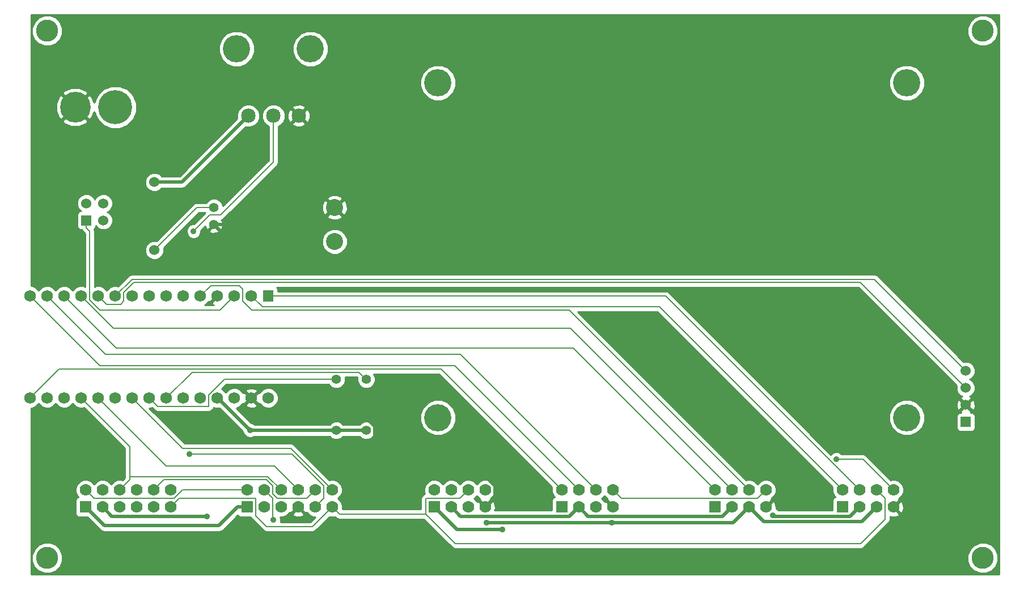
<source format=gtl>
G04 (created by PCBNEW-RS274X (2011-07-19)-testing) date Fri 05 Aug 2011 12:19:43 PM PDT*
G01*
G70*
G90*
%MOIN*%
G04 Gerber Fmt 3.4, Leading zero omitted, Abs format*
%FSLAX34Y34*%
G04 APERTURE LIST*
%ADD10C,0.006000*%
%ADD11C,0.130000*%
%ADD12C,0.160000*%
%ADD13C,0.060000*%
%ADD14C,0.055000*%
%ADD15C,0.085000*%
%ADD16R,0.060000X0.060000*%
%ADD17C,0.100000*%
%ADD18R,0.060000X0.069000*%
%ADD19C,0.069000*%
%ADD20R,0.070000X0.070000*%
%ADD21C,0.070000*%
%ADD22C,0.200000*%
%ADD23C,0.181100*%
%ADD24C,0.035000*%
%ADD25C,0.020000*%
%ADD26C,0.008000*%
%ADD27C,0.010000*%
G04 APERTURE END LIST*
G54D10*
G54D11*
X32000Y-14500D03*
X32000Y-45500D03*
X87000Y-45500D03*
X87000Y-14500D03*
G54D12*
X54970Y-17565D03*
X82530Y-37250D03*
X82530Y-17565D03*
X54970Y-37250D03*
G54D13*
X38300Y-27400D03*
X38300Y-23400D03*
G54D14*
X50750Y-38000D03*
X50750Y-35000D03*
X49000Y-38000D03*
X49000Y-35000D03*
G54D15*
X43820Y-19500D03*
X45300Y-19500D03*
X46780Y-19500D03*
G54D12*
X43130Y-15560D03*
X47470Y-15560D03*
G54D16*
X86000Y-37500D03*
G54D13*
X86000Y-36500D03*
X86000Y-35500D03*
X86000Y-34500D03*
G54D17*
X48900Y-26900D03*
X48900Y-24900D03*
G54D14*
X41800Y-24900D03*
X41800Y-25900D03*
G54D18*
X45000Y-30100D03*
G54D19*
X44000Y-30100D03*
X43000Y-30100D03*
X42000Y-30100D03*
X41000Y-30100D03*
X40000Y-30100D03*
X39000Y-30100D03*
X38000Y-30100D03*
X37000Y-30100D03*
X36000Y-30100D03*
X35000Y-30100D03*
X34000Y-30100D03*
X33000Y-30100D03*
X32000Y-30100D03*
X31000Y-30100D03*
X31000Y-36100D03*
X32000Y-36100D03*
X33000Y-36100D03*
X34000Y-36100D03*
X35000Y-36100D03*
X36000Y-36100D03*
X37000Y-36100D03*
X38000Y-36100D03*
X39000Y-36100D03*
X40000Y-36100D03*
X41000Y-36100D03*
X42000Y-36100D03*
X43000Y-36100D03*
X44000Y-36100D03*
X45000Y-36100D03*
G54D20*
X43750Y-42500D03*
G54D21*
X43750Y-41500D03*
X44750Y-42500D03*
X44750Y-41500D03*
X45750Y-42500D03*
X45750Y-41500D03*
X46750Y-42500D03*
X46750Y-41500D03*
X47750Y-42500D03*
X47750Y-41500D03*
X48750Y-42500D03*
X48750Y-41500D03*
G54D20*
X34250Y-42500D03*
G54D21*
X34250Y-41500D03*
X35250Y-42500D03*
X35250Y-41500D03*
X36250Y-42500D03*
X36250Y-41500D03*
X37250Y-42500D03*
X37250Y-41500D03*
X38250Y-42500D03*
X38250Y-41500D03*
X39250Y-42500D03*
X39250Y-41500D03*
G54D20*
X62250Y-42500D03*
G54D21*
X62250Y-41500D03*
X63250Y-42500D03*
X63250Y-41500D03*
X64250Y-42500D03*
X64250Y-41500D03*
X65250Y-42500D03*
X65250Y-41500D03*
G54D20*
X78750Y-42500D03*
G54D21*
X78750Y-41500D03*
X79750Y-42500D03*
X79750Y-41500D03*
X80750Y-42500D03*
X80750Y-41500D03*
X81750Y-42500D03*
X81750Y-41500D03*
G54D20*
X54750Y-42500D03*
G54D21*
X54750Y-41500D03*
X55750Y-42500D03*
X55750Y-41500D03*
X56750Y-42500D03*
X56750Y-41500D03*
X57750Y-42500D03*
X57750Y-41500D03*
G54D20*
X71250Y-42500D03*
G54D21*
X71250Y-41500D03*
X72250Y-42500D03*
X72250Y-41500D03*
X73250Y-42500D03*
X73250Y-41500D03*
X74250Y-42500D03*
X74250Y-41500D03*
G54D16*
X34300Y-25650D03*
G54D13*
X34300Y-24650D03*
X35300Y-25650D03*
X35300Y-24650D03*
G54D22*
X36000Y-19000D03*
G54D23*
X33638Y-19000D03*
G54D24*
X65183Y-43433D03*
X57818Y-43441D03*
X43927Y-38000D03*
X41394Y-43053D03*
X74660Y-42983D03*
X40344Y-39382D03*
X78392Y-39690D03*
X45299Y-43274D03*
X40600Y-26286D03*
X58755Y-43829D03*
X49805Y-42302D03*
G54D25*
X74121Y-43371D02*
X73250Y-42500D01*
X79879Y-43371D02*
X74121Y-43371D01*
X80750Y-42500D02*
X79879Y-43371D01*
X72317Y-43433D02*
X65183Y-43433D01*
X73250Y-42500D02*
X72317Y-43433D01*
X65175Y-43441D02*
X65183Y-43433D01*
X57818Y-43441D02*
X65175Y-43441D01*
X49000Y-38000D02*
X43927Y-38000D01*
X42027Y-36100D02*
X42000Y-36100D01*
X43927Y-38000D02*
X42027Y-36100D01*
X35803Y-43053D02*
X35250Y-42500D01*
X41394Y-43053D02*
X35803Y-43053D01*
X79196Y-43054D02*
X79750Y-42500D01*
X74731Y-43054D02*
X79196Y-43054D01*
X74660Y-42983D02*
X74731Y-43054D01*
X39920Y-23400D02*
X43820Y-19500D01*
X38300Y-23400D02*
X39920Y-23400D01*
X50750Y-38000D02*
X49000Y-38000D01*
X62697Y-43053D02*
X63250Y-42500D01*
X56303Y-43053D02*
X62697Y-43053D01*
X55750Y-42500D02*
X56303Y-43053D01*
X63804Y-43054D02*
X63250Y-42500D01*
X71696Y-43054D02*
X63804Y-43054D01*
X72250Y-42500D02*
X71696Y-43054D01*
G54D26*
X44970Y-40720D02*
X36847Y-40720D01*
X45750Y-41500D02*
X44970Y-40720D01*
X36847Y-40903D02*
X36847Y-40720D01*
X36250Y-41500D02*
X36847Y-40903D01*
X36847Y-38947D02*
X34000Y-36100D01*
X36847Y-40720D02*
X36847Y-38947D01*
X45346Y-40096D02*
X46750Y-41500D01*
X38996Y-40096D02*
X45346Y-40096D01*
X35000Y-36100D02*
X38996Y-40096D01*
X47250Y-42000D02*
X47750Y-41500D01*
X45532Y-42000D02*
X47250Y-42000D01*
X45250Y-41718D02*
X45532Y-42000D01*
X45250Y-41261D02*
X45250Y-41718D01*
X44893Y-40904D02*
X45250Y-41261D01*
X38846Y-40904D02*
X44893Y-40904D01*
X38250Y-41500D02*
X38846Y-40904D01*
X46314Y-39064D02*
X48750Y-41500D01*
X39964Y-39064D02*
X46314Y-39064D01*
X37000Y-36100D02*
X39964Y-39064D01*
X62677Y-30927D02*
X73250Y-41500D01*
X44035Y-30927D02*
X62677Y-30927D01*
X43500Y-30392D02*
X44035Y-30927D01*
X43500Y-29685D02*
X43500Y-30392D01*
X43294Y-29479D02*
X43500Y-29685D01*
X41621Y-29479D02*
X43294Y-29479D01*
X41000Y-30100D02*
X41621Y-29479D01*
X40344Y-39383D02*
X40344Y-39382D01*
X46372Y-39383D02*
X40344Y-39383D01*
X48250Y-41261D02*
X46372Y-39383D01*
X48250Y-42000D02*
X48250Y-41261D01*
X47750Y-42500D02*
X48250Y-42000D01*
X47582Y-43668D02*
X48750Y-42500D01*
X44881Y-43668D02*
X47582Y-43668D01*
X44244Y-43031D02*
X44881Y-43668D01*
X44244Y-42028D02*
X44244Y-43031D01*
X44222Y-42006D02*
X44244Y-42028D01*
X39744Y-42006D02*
X44222Y-42006D01*
X39250Y-42500D02*
X39744Y-42006D01*
X49173Y-42923D02*
X48750Y-42500D01*
X54256Y-42923D02*
X49173Y-42923D01*
X55992Y-44659D02*
X54256Y-42923D01*
X79814Y-44659D02*
X55992Y-44659D01*
X81250Y-43223D02*
X79814Y-44659D01*
X81250Y-42000D02*
X81250Y-43223D01*
X80750Y-41500D02*
X81250Y-42000D01*
X56244Y-42006D02*
X56750Y-41500D01*
X54278Y-42006D02*
X56244Y-42006D01*
X54256Y-42028D02*
X54278Y-42006D01*
X54256Y-42923D02*
X54256Y-42028D01*
X79940Y-39690D02*
X78392Y-39690D01*
X81750Y-41500D02*
X79940Y-39690D01*
X34750Y-42000D02*
X34250Y-41500D01*
X39453Y-42000D02*
X34750Y-42000D01*
X39953Y-41500D02*
X39453Y-42000D01*
X43750Y-41500D02*
X39953Y-41500D01*
X65756Y-42006D02*
X65250Y-41500D01*
X73744Y-42006D02*
X65756Y-42006D01*
X74250Y-41500D02*
X73744Y-42006D01*
X45250Y-42000D02*
X44750Y-41500D01*
X45250Y-43225D02*
X45250Y-42000D01*
X45299Y-43274D02*
X45250Y-43225D01*
X44639Y-30739D02*
X44000Y-30100D01*
X67989Y-30739D02*
X44639Y-30739D01*
X78750Y-41500D02*
X67989Y-30739D01*
X68350Y-30100D02*
X79750Y-41500D01*
X45000Y-30100D02*
X68350Y-30100D01*
X35093Y-34193D02*
X31000Y-30100D01*
X55943Y-34193D02*
X35093Y-34193D01*
X63250Y-41500D02*
X55943Y-34193D01*
X35431Y-33531D02*
X32000Y-30100D01*
X56281Y-33531D02*
X35431Y-33531D01*
X64250Y-41500D02*
X56281Y-33531D01*
X45300Y-22231D02*
X45300Y-19500D01*
X42197Y-25334D02*
X45300Y-22231D01*
X41552Y-25334D02*
X42197Y-25334D01*
X40600Y-26286D02*
X41552Y-25334D01*
X55149Y-34399D02*
X62250Y-41500D01*
X32701Y-34399D02*
X55149Y-34399D01*
X31000Y-36100D02*
X32701Y-34399D01*
X50332Y-34582D02*
X50750Y-35000D01*
X40518Y-34582D02*
X50332Y-34582D01*
X39000Y-36100D02*
X40518Y-34582D01*
X42411Y-35000D02*
X49000Y-35000D01*
X41500Y-35911D02*
X42411Y-35000D01*
X41500Y-36575D02*
X41500Y-35911D01*
X41478Y-36597D02*
X41500Y-36575D01*
X38497Y-36597D02*
X41478Y-36597D01*
X38000Y-36100D02*
X38497Y-36597D01*
X79795Y-29295D02*
X86000Y-35500D01*
X37098Y-29295D02*
X79795Y-29295D01*
X36500Y-29893D02*
X37098Y-29295D01*
X36500Y-30396D02*
X36500Y-29893D01*
X36305Y-30591D02*
X36500Y-30396D01*
X35491Y-30591D02*
X36305Y-30591D01*
X35000Y-30100D02*
X35491Y-30591D01*
X36065Y-33165D02*
X33000Y-30100D01*
X62915Y-33165D02*
X36065Y-33165D01*
X71250Y-41500D02*
X62915Y-33165D01*
X80611Y-29111D02*
X86000Y-34500D01*
X36989Y-29111D02*
X80611Y-29111D01*
X36000Y-30100D02*
X36989Y-29111D01*
X35904Y-32004D02*
X34000Y-30100D01*
X62754Y-32004D02*
X35904Y-32004D01*
X72250Y-41500D02*
X62754Y-32004D01*
G54D25*
X56079Y-43829D02*
X58755Y-43829D01*
X54750Y-42500D02*
X56079Y-43829D01*
X35354Y-43604D02*
X34250Y-42500D01*
X42093Y-43604D02*
X35354Y-43604D01*
X43197Y-42500D02*
X42093Y-43604D01*
X43750Y-42500D02*
X43197Y-42500D01*
X47900Y-25900D02*
X48900Y-24900D01*
X41800Y-25900D02*
X47900Y-25900D01*
X58332Y-41918D02*
X57750Y-42500D01*
X58332Y-41258D02*
X58332Y-41918D01*
X57922Y-40848D02*
X58332Y-41258D01*
X51242Y-40848D02*
X57922Y-40848D01*
X51242Y-37759D02*
X51242Y-40848D01*
X50860Y-37377D02*
X51242Y-37759D01*
X45277Y-37377D02*
X50860Y-37377D01*
X44000Y-36100D02*
X45277Y-37377D01*
X49805Y-42285D02*
X49805Y-42302D01*
X51242Y-40848D02*
X49805Y-42285D01*
G54D26*
X42171Y-30929D02*
X43000Y-30100D01*
X35090Y-30929D02*
X42171Y-30929D01*
X34500Y-30339D02*
X35090Y-30929D01*
X34500Y-26293D02*
X34500Y-30339D01*
X34300Y-26093D02*
X34500Y-26293D01*
X34300Y-25650D02*
X34300Y-26093D01*
X40800Y-24900D02*
X41800Y-24900D01*
X38300Y-27400D02*
X40800Y-24900D01*
G54D10*
G36*
X37321Y-42500D02*
X37250Y-42571D01*
X37179Y-42500D01*
X37250Y-42429D01*
X37321Y-42500D01*
X37321Y-42500D01*
G37*
G54D27*
X37321Y-42500D02*
X37250Y-42571D01*
X37179Y-42500D01*
X37250Y-42429D01*
X37321Y-42500D01*
G54D10*
G36*
X42071Y-30100D02*
X42000Y-30171D01*
X41965Y-30206D01*
X41661Y-30510D01*
X41692Y-30608D01*
X41776Y-30639D01*
X41251Y-30639D01*
X41336Y-30604D01*
X41503Y-30437D01*
X41512Y-30414D01*
X41590Y-30439D01*
X41894Y-30135D01*
X41929Y-30100D01*
X42000Y-30029D01*
X42071Y-30100D01*
X42071Y-30100D01*
G37*
G54D27*
X42071Y-30100D02*
X42000Y-30171D01*
X41965Y-30206D01*
X41661Y-30510D01*
X41692Y-30608D01*
X41776Y-30639D01*
X41251Y-30639D01*
X41336Y-30604D01*
X41503Y-30437D01*
X41512Y-30414D01*
X41590Y-30439D01*
X41894Y-30135D01*
X41929Y-30100D01*
X42000Y-30029D01*
X42071Y-30100D01*
G54D10*
G36*
X47741Y-43099D02*
X47462Y-43378D01*
X47093Y-43378D01*
X47093Y-42914D01*
X46750Y-42571D01*
X46407Y-42914D01*
X46440Y-43013D01*
X46659Y-43093D01*
X46894Y-43082D01*
X47060Y-43013D01*
X47093Y-42914D01*
X47093Y-43378D01*
X45716Y-43378D01*
X45724Y-43359D01*
X45724Y-43190D01*
X45686Y-43099D01*
X45869Y-43099D01*
X46089Y-43008D01*
X46258Y-42839D01*
X46265Y-42819D01*
X46336Y-42843D01*
X46644Y-42535D01*
X46679Y-42500D01*
X46750Y-42429D01*
X46821Y-42500D01*
X46856Y-42535D01*
X47164Y-42843D01*
X47234Y-42819D01*
X47242Y-42839D01*
X47411Y-43008D01*
X47631Y-43099D01*
X47741Y-43099D01*
X47741Y-43099D01*
G37*
G54D27*
X47741Y-43099D02*
X47462Y-43378D01*
X47093Y-43378D01*
X47093Y-42914D01*
X46750Y-42571D01*
X46407Y-42914D01*
X46440Y-43013D01*
X46659Y-43093D01*
X46894Y-43082D01*
X47060Y-43013D01*
X47093Y-42914D01*
X47093Y-43378D01*
X45716Y-43378D01*
X45724Y-43359D01*
X45724Y-43190D01*
X45686Y-43099D01*
X45869Y-43099D01*
X46089Y-43008D01*
X46258Y-42839D01*
X46265Y-42819D01*
X46336Y-42843D01*
X46644Y-42535D01*
X46679Y-42500D01*
X46750Y-42429D01*
X46821Y-42500D01*
X46856Y-42535D01*
X47164Y-42843D01*
X47234Y-42819D01*
X47242Y-42839D01*
X47411Y-43008D01*
X47631Y-43099D01*
X47741Y-43099D01*
G54D10*
G36*
X61817Y-41914D02*
X61759Y-41939D01*
X61689Y-42009D01*
X61651Y-42100D01*
X61651Y-42199D01*
X61651Y-42703D01*
X58302Y-42703D01*
X58343Y-42591D01*
X58332Y-42356D01*
X58263Y-42190D01*
X58164Y-42157D01*
X57856Y-42465D01*
X57821Y-42500D01*
X57750Y-42571D01*
X57679Y-42500D01*
X57644Y-42465D01*
X57336Y-42157D01*
X57265Y-42180D01*
X57258Y-42161D01*
X57097Y-42000D01*
X57250Y-41847D01*
X57411Y-42008D01*
X57430Y-42015D01*
X57407Y-42086D01*
X57750Y-42429D01*
X58093Y-42086D01*
X58069Y-42015D01*
X58089Y-42008D01*
X58258Y-41839D01*
X58349Y-41619D01*
X58349Y-41381D01*
X58258Y-41161D01*
X58089Y-40992D01*
X57869Y-40901D01*
X57631Y-40901D01*
X57411Y-40992D01*
X57250Y-41153D01*
X57089Y-40992D01*
X56869Y-40901D01*
X56631Y-40901D01*
X56411Y-40992D01*
X56250Y-41153D01*
X56089Y-40992D01*
X56020Y-40963D01*
X56020Y-37460D01*
X56020Y-37042D01*
X55860Y-36656D01*
X55565Y-36360D01*
X55180Y-36200D01*
X54762Y-36200D01*
X54376Y-36360D01*
X54080Y-36655D01*
X53920Y-37040D01*
X53920Y-37458D01*
X54080Y-37844D01*
X54375Y-38140D01*
X54760Y-38300D01*
X55178Y-38300D01*
X55564Y-38140D01*
X55860Y-37845D01*
X56020Y-37460D01*
X56020Y-40963D01*
X55869Y-40901D01*
X55631Y-40901D01*
X55411Y-40992D01*
X55250Y-41153D01*
X55089Y-40992D01*
X54869Y-40901D01*
X54631Y-40901D01*
X54411Y-40992D01*
X54242Y-41161D01*
X54151Y-41381D01*
X54151Y-41619D01*
X54197Y-41731D01*
X54167Y-41738D01*
X54073Y-41801D01*
X54051Y-41823D01*
X53988Y-41917D01*
X53966Y-42028D01*
X53966Y-42633D01*
X49343Y-42633D01*
X49349Y-42619D01*
X49349Y-42381D01*
X49258Y-42161D01*
X49097Y-42000D01*
X49258Y-41839D01*
X49349Y-41619D01*
X49349Y-41381D01*
X49258Y-41161D01*
X49089Y-40992D01*
X48869Y-40901D01*
X48631Y-40901D01*
X48581Y-40921D01*
X46519Y-38859D01*
X46425Y-38796D01*
X46314Y-38774D01*
X40084Y-38774D01*
X38004Y-36694D01*
X38118Y-36694D01*
X38164Y-36674D01*
X38291Y-36801D01*
X38292Y-36802D01*
X38385Y-36864D01*
X38386Y-36865D01*
X38496Y-36886D01*
X38497Y-36887D01*
X41478Y-36887D01*
X41589Y-36865D01*
X41683Y-36802D01*
X41705Y-36780D01*
X41768Y-36686D01*
X41775Y-36649D01*
X41882Y-36694D01*
X42118Y-36694D01*
X42124Y-36691D01*
X43502Y-38069D01*
X43502Y-38084D01*
X43566Y-38240D01*
X43686Y-38360D01*
X43842Y-38425D01*
X44011Y-38425D01*
X44167Y-38361D01*
X44178Y-38350D01*
X48607Y-38350D01*
X48702Y-38445D01*
X48895Y-38525D01*
X49104Y-38525D01*
X49297Y-38445D01*
X49392Y-38350D01*
X50357Y-38350D01*
X50452Y-38445D01*
X50645Y-38525D01*
X50854Y-38525D01*
X51047Y-38445D01*
X51195Y-38298D01*
X51275Y-38105D01*
X51275Y-37896D01*
X51195Y-37703D01*
X51048Y-37555D01*
X50855Y-37475D01*
X50646Y-37475D01*
X50453Y-37555D01*
X50357Y-37650D01*
X49392Y-37650D01*
X49298Y-37555D01*
X49105Y-37475D01*
X48896Y-37475D01*
X48703Y-37555D01*
X48607Y-37650D01*
X45594Y-37650D01*
X45594Y-36218D01*
X45594Y-35982D01*
X45504Y-35764D01*
X45337Y-35597D01*
X45118Y-35506D01*
X44882Y-35506D01*
X44664Y-35596D01*
X44497Y-35763D01*
X44487Y-35785D01*
X44410Y-35761D01*
X44339Y-35832D01*
X44339Y-35690D01*
X44308Y-35592D01*
X44090Y-35512D01*
X43858Y-35522D01*
X43692Y-35592D01*
X43661Y-35690D01*
X44000Y-36029D01*
X44339Y-35690D01*
X44339Y-35832D01*
X44071Y-36100D01*
X44410Y-36439D01*
X44487Y-36414D01*
X44496Y-36436D01*
X44663Y-36603D01*
X44882Y-36694D01*
X45118Y-36694D01*
X45336Y-36604D01*
X45503Y-36437D01*
X45594Y-36218D01*
X45594Y-37650D01*
X44339Y-37650D01*
X44339Y-36510D01*
X44000Y-36171D01*
X43661Y-36510D01*
X43692Y-36608D01*
X43910Y-36688D01*
X44142Y-36678D01*
X44308Y-36608D01*
X44339Y-36510D01*
X44339Y-37650D01*
X44178Y-37650D01*
X44168Y-37640D01*
X44012Y-37575D01*
X43996Y-37575D01*
X43115Y-36694D01*
X43118Y-36694D01*
X43336Y-36604D01*
X43503Y-36437D01*
X43512Y-36414D01*
X43590Y-36439D01*
X43929Y-36100D01*
X43590Y-35761D01*
X43512Y-35785D01*
X43504Y-35764D01*
X43337Y-35597D01*
X43118Y-35506D01*
X42882Y-35506D01*
X42664Y-35596D01*
X42500Y-35760D01*
X42337Y-35597D01*
X42257Y-35563D01*
X42531Y-35290D01*
X48552Y-35290D01*
X48555Y-35297D01*
X48702Y-35445D01*
X48895Y-35525D01*
X49104Y-35525D01*
X49297Y-35445D01*
X49445Y-35298D01*
X49525Y-35105D01*
X49525Y-34896D01*
X49515Y-34872D01*
X50212Y-34872D01*
X50227Y-34887D01*
X50225Y-34895D01*
X50225Y-35104D01*
X50305Y-35297D01*
X50452Y-35445D01*
X50645Y-35525D01*
X50854Y-35525D01*
X51047Y-35445D01*
X51195Y-35298D01*
X51275Y-35105D01*
X51275Y-34896D01*
X51195Y-34703D01*
X51181Y-34689D01*
X55029Y-34689D01*
X61671Y-41331D01*
X61651Y-41381D01*
X61651Y-41619D01*
X61742Y-41839D01*
X61817Y-41914D01*
X61817Y-41914D01*
G37*
G54D27*
X61817Y-41914D02*
X61759Y-41939D01*
X61689Y-42009D01*
X61651Y-42100D01*
X61651Y-42199D01*
X61651Y-42703D01*
X58302Y-42703D01*
X58343Y-42591D01*
X58332Y-42356D01*
X58263Y-42190D01*
X58164Y-42157D01*
X57856Y-42465D01*
X57821Y-42500D01*
X57750Y-42571D01*
X57679Y-42500D01*
X57644Y-42465D01*
X57336Y-42157D01*
X57265Y-42180D01*
X57258Y-42161D01*
X57097Y-42000D01*
X57250Y-41847D01*
X57411Y-42008D01*
X57430Y-42015D01*
X57407Y-42086D01*
X57750Y-42429D01*
X58093Y-42086D01*
X58069Y-42015D01*
X58089Y-42008D01*
X58258Y-41839D01*
X58349Y-41619D01*
X58349Y-41381D01*
X58258Y-41161D01*
X58089Y-40992D01*
X57869Y-40901D01*
X57631Y-40901D01*
X57411Y-40992D01*
X57250Y-41153D01*
X57089Y-40992D01*
X56869Y-40901D01*
X56631Y-40901D01*
X56411Y-40992D01*
X56250Y-41153D01*
X56089Y-40992D01*
X56020Y-40963D01*
X56020Y-37460D01*
X56020Y-37042D01*
X55860Y-36656D01*
X55565Y-36360D01*
X55180Y-36200D01*
X54762Y-36200D01*
X54376Y-36360D01*
X54080Y-36655D01*
X53920Y-37040D01*
X53920Y-37458D01*
X54080Y-37844D01*
X54375Y-38140D01*
X54760Y-38300D01*
X55178Y-38300D01*
X55564Y-38140D01*
X55860Y-37845D01*
X56020Y-37460D01*
X56020Y-40963D01*
X55869Y-40901D01*
X55631Y-40901D01*
X55411Y-40992D01*
X55250Y-41153D01*
X55089Y-40992D01*
X54869Y-40901D01*
X54631Y-40901D01*
X54411Y-40992D01*
X54242Y-41161D01*
X54151Y-41381D01*
X54151Y-41619D01*
X54197Y-41731D01*
X54167Y-41738D01*
X54073Y-41801D01*
X54051Y-41823D01*
X53988Y-41917D01*
X53966Y-42028D01*
X53966Y-42633D01*
X49343Y-42633D01*
X49349Y-42619D01*
X49349Y-42381D01*
X49258Y-42161D01*
X49097Y-42000D01*
X49258Y-41839D01*
X49349Y-41619D01*
X49349Y-41381D01*
X49258Y-41161D01*
X49089Y-40992D01*
X48869Y-40901D01*
X48631Y-40901D01*
X48581Y-40921D01*
X46519Y-38859D01*
X46425Y-38796D01*
X46314Y-38774D01*
X40084Y-38774D01*
X38004Y-36694D01*
X38118Y-36694D01*
X38164Y-36674D01*
X38291Y-36801D01*
X38292Y-36802D01*
X38385Y-36864D01*
X38386Y-36865D01*
X38496Y-36886D01*
X38497Y-36887D01*
X41478Y-36887D01*
X41589Y-36865D01*
X41683Y-36802D01*
X41705Y-36780D01*
X41768Y-36686D01*
X41775Y-36649D01*
X41882Y-36694D01*
X42118Y-36694D01*
X42124Y-36691D01*
X43502Y-38069D01*
X43502Y-38084D01*
X43566Y-38240D01*
X43686Y-38360D01*
X43842Y-38425D01*
X44011Y-38425D01*
X44167Y-38361D01*
X44178Y-38350D01*
X48607Y-38350D01*
X48702Y-38445D01*
X48895Y-38525D01*
X49104Y-38525D01*
X49297Y-38445D01*
X49392Y-38350D01*
X50357Y-38350D01*
X50452Y-38445D01*
X50645Y-38525D01*
X50854Y-38525D01*
X51047Y-38445D01*
X51195Y-38298D01*
X51275Y-38105D01*
X51275Y-37896D01*
X51195Y-37703D01*
X51048Y-37555D01*
X50855Y-37475D01*
X50646Y-37475D01*
X50453Y-37555D01*
X50357Y-37650D01*
X49392Y-37650D01*
X49298Y-37555D01*
X49105Y-37475D01*
X48896Y-37475D01*
X48703Y-37555D01*
X48607Y-37650D01*
X45594Y-37650D01*
X45594Y-36218D01*
X45594Y-35982D01*
X45504Y-35764D01*
X45337Y-35597D01*
X45118Y-35506D01*
X44882Y-35506D01*
X44664Y-35596D01*
X44497Y-35763D01*
X44487Y-35785D01*
X44410Y-35761D01*
X44339Y-35832D01*
X44339Y-35690D01*
X44308Y-35592D01*
X44090Y-35512D01*
X43858Y-35522D01*
X43692Y-35592D01*
X43661Y-35690D01*
X44000Y-36029D01*
X44339Y-35690D01*
X44339Y-35832D01*
X44071Y-36100D01*
X44410Y-36439D01*
X44487Y-36414D01*
X44496Y-36436D01*
X44663Y-36603D01*
X44882Y-36694D01*
X45118Y-36694D01*
X45336Y-36604D01*
X45503Y-36437D01*
X45594Y-36218D01*
X45594Y-37650D01*
X44339Y-37650D01*
X44339Y-36510D01*
X44000Y-36171D01*
X43661Y-36510D01*
X43692Y-36608D01*
X43910Y-36688D01*
X44142Y-36678D01*
X44308Y-36608D01*
X44339Y-36510D01*
X44339Y-37650D01*
X44178Y-37650D01*
X44168Y-37640D01*
X44012Y-37575D01*
X43996Y-37575D01*
X43115Y-36694D01*
X43118Y-36694D01*
X43336Y-36604D01*
X43503Y-36437D01*
X43512Y-36414D01*
X43590Y-36439D01*
X43929Y-36100D01*
X43590Y-35761D01*
X43512Y-35785D01*
X43504Y-35764D01*
X43337Y-35597D01*
X43118Y-35506D01*
X42882Y-35506D01*
X42664Y-35596D01*
X42500Y-35760D01*
X42337Y-35597D01*
X42257Y-35563D01*
X42531Y-35290D01*
X48552Y-35290D01*
X48555Y-35297D01*
X48702Y-35445D01*
X48895Y-35525D01*
X49104Y-35525D01*
X49297Y-35445D01*
X49445Y-35298D01*
X49525Y-35105D01*
X49525Y-34896D01*
X49515Y-34872D01*
X50212Y-34872D01*
X50227Y-34887D01*
X50225Y-34895D01*
X50225Y-35104D01*
X50305Y-35297D01*
X50452Y-35445D01*
X50645Y-35525D01*
X50854Y-35525D01*
X51047Y-35445D01*
X51195Y-35298D01*
X51275Y-35105D01*
X51275Y-34896D01*
X51195Y-34703D01*
X51181Y-34689D01*
X55029Y-34689D01*
X61671Y-41331D01*
X61651Y-41381D01*
X61651Y-41619D01*
X61742Y-41839D01*
X61817Y-41914D01*
G54D10*
G36*
X65321Y-42500D02*
X65250Y-42571D01*
X65179Y-42500D01*
X65144Y-42465D01*
X64836Y-42157D01*
X64765Y-42180D01*
X64758Y-42161D01*
X64597Y-42000D01*
X64750Y-41847D01*
X64911Y-42008D01*
X64930Y-42015D01*
X64907Y-42086D01*
X65215Y-42394D01*
X65250Y-42429D01*
X65321Y-42500D01*
X65321Y-42500D01*
G37*
G54D27*
X65321Y-42500D02*
X65250Y-42571D01*
X65179Y-42500D01*
X65144Y-42465D01*
X64836Y-42157D01*
X64765Y-42180D01*
X64758Y-42161D01*
X64597Y-42000D01*
X64750Y-41847D01*
X64911Y-42008D01*
X64930Y-42015D01*
X64907Y-42086D01*
X65215Y-42394D01*
X65250Y-42429D01*
X65321Y-42500D01*
G54D10*
G36*
X78317Y-41914D02*
X78259Y-41939D01*
X78189Y-42009D01*
X78151Y-42100D01*
X78151Y-42199D01*
X78151Y-42704D01*
X74982Y-42704D01*
X74901Y-42623D01*
X74840Y-42597D01*
X74843Y-42591D01*
X74832Y-42356D01*
X74763Y-42190D01*
X74664Y-42157D01*
X74356Y-42465D01*
X74321Y-42500D01*
X74250Y-42571D01*
X74179Y-42500D01*
X74250Y-42429D01*
X74285Y-42394D01*
X74593Y-42086D01*
X74569Y-42015D01*
X74589Y-42008D01*
X74758Y-41839D01*
X74849Y-41619D01*
X74849Y-41381D01*
X74758Y-41161D01*
X74589Y-40992D01*
X74369Y-40901D01*
X74131Y-40901D01*
X73911Y-40992D01*
X73750Y-41153D01*
X73589Y-40992D01*
X73369Y-40901D01*
X73131Y-40901D01*
X73081Y-40921D01*
X63189Y-31029D01*
X67869Y-31029D01*
X78171Y-41331D01*
X78151Y-41381D01*
X78151Y-41619D01*
X78242Y-41839D01*
X78317Y-41914D01*
X78317Y-41914D01*
G37*
G54D27*
X78317Y-41914D02*
X78259Y-41939D01*
X78189Y-42009D01*
X78151Y-42100D01*
X78151Y-42199D01*
X78151Y-42704D01*
X74982Y-42704D01*
X74901Y-42623D01*
X74840Y-42597D01*
X74843Y-42591D01*
X74832Y-42356D01*
X74763Y-42190D01*
X74664Y-42157D01*
X74356Y-42465D01*
X74321Y-42500D01*
X74250Y-42571D01*
X74179Y-42500D01*
X74250Y-42429D01*
X74285Y-42394D01*
X74593Y-42086D01*
X74569Y-42015D01*
X74589Y-42008D01*
X74758Y-41839D01*
X74849Y-41619D01*
X74849Y-41381D01*
X74758Y-41161D01*
X74589Y-40992D01*
X74369Y-40901D01*
X74131Y-40901D01*
X73911Y-40992D01*
X73750Y-41153D01*
X73589Y-40992D01*
X73369Y-40901D01*
X73131Y-40901D01*
X73081Y-40921D01*
X63189Y-31029D01*
X67869Y-31029D01*
X78171Y-41331D01*
X78151Y-41381D01*
X78151Y-41619D01*
X78242Y-41839D01*
X78317Y-41914D01*
G54D10*
G36*
X87950Y-46450D02*
X87900Y-46450D01*
X87900Y-45680D01*
X87900Y-45322D01*
X87900Y-14680D01*
X87900Y-14322D01*
X87763Y-13991D01*
X87511Y-13738D01*
X87180Y-13600D01*
X86822Y-13600D01*
X86491Y-13737D01*
X86238Y-13989D01*
X86100Y-14320D01*
X86100Y-14678D01*
X86237Y-15009D01*
X86489Y-15262D01*
X86820Y-15400D01*
X87178Y-15400D01*
X87509Y-15263D01*
X87762Y-15011D01*
X87900Y-14680D01*
X87900Y-45322D01*
X87763Y-44991D01*
X87511Y-44738D01*
X87180Y-44600D01*
X86822Y-44600D01*
X86549Y-44712D01*
X86549Y-37850D01*
X86549Y-37751D01*
X86549Y-37151D01*
X86543Y-37136D01*
X86543Y-36579D01*
X86532Y-36366D01*
X86472Y-36219D01*
X86378Y-36192D01*
X86071Y-36500D01*
X86378Y-36808D01*
X86472Y-36781D01*
X86543Y-36579D01*
X86543Y-37136D01*
X86511Y-37059D01*
X86441Y-36989D01*
X86350Y-36951D01*
X86287Y-36951D01*
X86308Y-36878D01*
X86000Y-36571D01*
X85929Y-36641D01*
X85929Y-36500D01*
X85622Y-36192D01*
X85528Y-36219D01*
X85457Y-36421D01*
X85468Y-36634D01*
X85528Y-36781D01*
X85622Y-36808D01*
X85929Y-36500D01*
X85929Y-36641D01*
X85692Y-36878D01*
X85712Y-36951D01*
X85651Y-36951D01*
X85559Y-36989D01*
X85489Y-37059D01*
X85451Y-37150D01*
X85451Y-37249D01*
X85451Y-37849D01*
X85489Y-37941D01*
X85559Y-38011D01*
X85650Y-38049D01*
X85749Y-38049D01*
X86349Y-38049D01*
X86441Y-38011D01*
X86511Y-37941D01*
X86549Y-37850D01*
X86549Y-44712D01*
X86491Y-44737D01*
X86238Y-44989D01*
X86100Y-45320D01*
X86100Y-45678D01*
X86237Y-46009D01*
X86489Y-46262D01*
X86820Y-46400D01*
X87178Y-46400D01*
X87509Y-46263D01*
X87762Y-46011D01*
X87900Y-45680D01*
X87900Y-46450D01*
X83580Y-46450D01*
X83580Y-37460D01*
X83580Y-37042D01*
X83420Y-36656D01*
X83125Y-36360D01*
X82740Y-36200D01*
X82322Y-36200D01*
X81936Y-36360D01*
X81640Y-36655D01*
X81480Y-37040D01*
X81480Y-37458D01*
X81640Y-37844D01*
X81935Y-38140D01*
X82320Y-38300D01*
X82738Y-38300D01*
X83124Y-38140D01*
X83420Y-37845D01*
X83580Y-37460D01*
X83580Y-46450D01*
X82343Y-46450D01*
X82343Y-42591D01*
X82332Y-42356D01*
X82263Y-42190D01*
X82164Y-42157D01*
X81821Y-42500D01*
X82164Y-42843D01*
X82263Y-42810D01*
X82343Y-42591D01*
X82343Y-46450D01*
X32900Y-46450D01*
X32900Y-45680D01*
X32900Y-45322D01*
X32763Y-44991D01*
X32511Y-44738D01*
X32180Y-44600D01*
X31822Y-44600D01*
X31491Y-44737D01*
X31238Y-44989D01*
X31100Y-45320D01*
X31100Y-45678D01*
X31237Y-46009D01*
X31489Y-46262D01*
X31820Y-46400D01*
X32178Y-46400D01*
X32509Y-46263D01*
X32762Y-46011D01*
X32900Y-45680D01*
X32900Y-46450D01*
X31050Y-46450D01*
X31050Y-36694D01*
X31118Y-36694D01*
X31336Y-36604D01*
X31500Y-36440D01*
X31663Y-36603D01*
X31882Y-36694D01*
X32118Y-36694D01*
X32336Y-36604D01*
X32500Y-36440D01*
X32663Y-36603D01*
X32882Y-36694D01*
X33118Y-36694D01*
X33336Y-36604D01*
X33500Y-36440D01*
X33663Y-36603D01*
X33882Y-36694D01*
X34118Y-36694D01*
X34164Y-36674D01*
X36557Y-39067D01*
X36557Y-40720D01*
X36557Y-40783D01*
X36418Y-40921D01*
X36369Y-40901D01*
X36131Y-40901D01*
X35911Y-40992D01*
X35750Y-41153D01*
X35589Y-40992D01*
X35369Y-40901D01*
X35131Y-40901D01*
X34911Y-40992D01*
X34750Y-41153D01*
X34589Y-40992D01*
X34369Y-40901D01*
X34131Y-40901D01*
X33911Y-40992D01*
X33742Y-41161D01*
X33651Y-41381D01*
X33651Y-41619D01*
X33742Y-41839D01*
X33817Y-41914D01*
X33759Y-41939D01*
X33689Y-42009D01*
X33651Y-42100D01*
X33651Y-42199D01*
X33651Y-42899D01*
X33689Y-42991D01*
X33759Y-43061D01*
X33850Y-43099D01*
X33949Y-43099D01*
X34354Y-43099D01*
X35106Y-43851D01*
X35107Y-43851D01*
X35220Y-43927D01*
X35354Y-43954D01*
X42093Y-43954D01*
X42093Y-43953D01*
X42227Y-43927D01*
X42340Y-43851D01*
X43194Y-42996D01*
X43259Y-43061D01*
X43350Y-43099D01*
X43449Y-43099D01*
X43967Y-43099D01*
X43976Y-43142D01*
X44039Y-43236D01*
X44675Y-43872D01*
X44676Y-43873D01*
X44769Y-43935D01*
X44770Y-43936D01*
X44880Y-43957D01*
X44881Y-43958D01*
X47582Y-43958D01*
X47693Y-43936D01*
X47787Y-43873D01*
X48581Y-43078D01*
X48631Y-43099D01*
X48869Y-43099D01*
X48918Y-43078D01*
X48968Y-43128D01*
X49062Y-43191D01*
X49173Y-43213D01*
X54136Y-43213D01*
X55787Y-44864D01*
X55881Y-44927D01*
X55992Y-44949D01*
X79814Y-44949D01*
X79925Y-44927D01*
X80019Y-44864D01*
X81454Y-43429D01*
X81454Y-43428D01*
X81455Y-43428D01*
X81517Y-43335D01*
X81518Y-43334D01*
X81539Y-43224D01*
X81540Y-43223D01*
X81540Y-43049D01*
X81659Y-43093D01*
X81894Y-43082D01*
X82060Y-43013D01*
X82093Y-42914D01*
X81785Y-42606D01*
X81750Y-42571D01*
X81679Y-42500D01*
X81750Y-42429D01*
X81785Y-42394D01*
X82093Y-42086D01*
X82069Y-42015D01*
X82089Y-42008D01*
X82258Y-41839D01*
X82349Y-41619D01*
X82349Y-41381D01*
X82258Y-41161D01*
X82089Y-40992D01*
X81869Y-40901D01*
X81631Y-40901D01*
X81582Y-40921D01*
X80145Y-39485D01*
X80051Y-39422D01*
X79940Y-39400D01*
X78703Y-39400D01*
X78633Y-39330D01*
X78477Y-39265D01*
X78308Y-39265D01*
X78152Y-39329D01*
X78070Y-39410D01*
X68555Y-29895D01*
X68461Y-29832D01*
X68350Y-29810D01*
X45549Y-29810D01*
X45549Y-29706D01*
X45511Y-29614D01*
X45482Y-29585D01*
X79675Y-29585D01*
X85459Y-35369D01*
X85451Y-35391D01*
X85451Y-35609D01*
X85535Y-35811D01*
X85689Y-35965D01*
X85780Y-36002D01*
X85719Y-36028D01*
X85692Y-36122D01*
X86000Y-36429D01*
X86308Y-36122D01*
X86281Y-36028D01*
X86215Y-36004D01*
X86311Y-35965D01*
X86465Y-35811D01*
X86549Y-35609D01*
X86549Y-35391D01*
X86465Y-35189D01*
X86311Y-35035D01*
X86226Y-35000D01*
X86311Y-34965D01*
X86465Y-34811D01*
X86549Y-34609D01*
X86549Y-34391D01*
X86465Y-34189D01*
X86311Y-34035D01*
X86109Y-33951D01*
X85891Y-33951D01*
X85869Y-33959D01*
X83580Y-31670D01*
X83580Y-17775D01*
X83580Y-17357D01*
X83420Y-16971D01*
X83125Y-16675D01*
X82740Y-16515D01*
X82322Y-16515D01*
X81936Y-16675D01*
X81640Y-16970D01*
X81480Y-17355D01*
X81480Y-17773D01*
X81640Y-18159D01*
X81935Y-18455D01*
X82320Y-18615D01*
X82738Y-18615D01*
X83124Y-18455D01*
X83420Y-18160D01*
X83580Y-17775D01*
X83580Y-31670D01*
X80816Y-28906D01*
X80722Y-28843D01*
X80611Y-28821D01*
X56020Y-28821D01*
X56020Y-17775D01*
X56020Y-17357D01*
X55860Y-16971D01*
X55565Y-16675D01*
X55180Y-16515D01*
X54762Y-16515D01*
X54376Y-16675D01*
X54080Y-16970D01*
X53920Y-17355D01*
X53920Y-17773D01*
X54080Y-18159D01*
X54375Y-18455D01*
X54760Y-18615D01*
X55178Y-18615D01*
X55564Y-18455D01*
X55860Y-18160D01*
X56020Y-17775D01*
X56020Y-28821D01*
X49649Y-28821D01*
X49649Y-27050D01*
X49649Y-26752D01*
X49639Y-26727D01*
X49639Y-25027D01*
X49631Y-24735D01*
X49534Y-24500D01*
X49420Y-24450D01*
X49350Y-24520D01*
X49350Y-24380D01*
X49300Y-24266D01*
X49027Y-24161D01*
X48735Y-24169D01*
X48520Y-24257D01*
X48520Y-15770D01*
X48520Y-15352D01*
X48360Y-14966D01*
X48065Y-14670D01*
X47680Y-14510D01*
X47262Y-14510D01*
X46876Y-14670D01*
X46580Y-14965D01*
X46420Y-15350D01*
X46420Y-15768D01*
X46580Y-16154D01*
X46875Y-16450D01*
X47260Y-16610D01*
X47678Y-16610D01*
X48064Y-16450D01*
X48360Y-16155D01*
X48520Y-15770D01*
X48520Y-24257D01*
X48500Y-24266D01*
X48450Y-24380D01*
X48900Y-24829D01*
X49350Y-24380D01*
X49350Y-24520D01*
X48971Y-24900D01*
X49420Y-25350D01*
X49534Y-25300D01*
X49639Y-25027D01*
X49639Y-26727D01*
X49535Y-26477D01*
X49350Y-26291D01*
X49350Y-25420D01*
X48900Y-24971D01*
X48829Y-25041D01*
X48829Y-24900D01*
X48380Y-24450D01*
X48266Y-24500D01*
X48161Y-24773D01*
X48169Y-25065D01*
X48266Y-25300D01*
X48380Y-25350D01*
X48829Y-24900D01*
X48829Y-25041D01*
X48450Y-25420D01*
X48500Y-25534D01*
X48773Y-25639D01*
X49065Y-25631D01*
X49300Y-25534D01*
X49350Y-25420D01*
X49350Y-26291D01*
X49325Y-26266D01*
X49050Y-26151D01*
X48752Y-26151D01*
X48477Y-26265D01*
X48266Y-26475D01*
X48151Y-26750D01*
X48151Y-27048D01*
X48265Y-27323D01*
X48475Y-27534D01*
X48750Y-27649D01*
X49048Y-27649D01*
X49323Y-27535D01*
X49534Y-27325D01*
X49649Y-27050D01*
X49649Y-28821D01*
X47447Y-28821D01*
X47447Y-19608D01*
X47438Y-19344D01*
X47354Y-19145D01*
X47247Y-19104D01*
X47176Y-19175D01*
X47176Y-19033D01*
X47135Y-18926D01*
X46888Y-18833D01*
X46624Y-18842D01*
X46425Y-18926D01*
X46384Y-19033D01*
X46780Y-19429D01*
X47176Y-19033D01*
X47176Y-19175D01*
X46851Y-19500D01*
X47247Y-19896D01*
X47354Y-19855D01*
X47447Y-19608D01*
X47447Y-28821D01*
X47176Y-28821D01*
X47176Y-19967D01*
X46780Y-19571D01*
X46709Y-19642D01*
X46709Y-19500D01*
X46313Y-19104D01*
X46206Y-19145D01*
X46113Y-19392D01*
X46122Y-19656D01*
X46206Y-19855D01*
X46313Y-19896D01*
X46709Y-19500D01*
X46709Y-19642D01*
X46384Y-19967D01*
X46425Y-20074D01*
X46672Y-20167D01*
X46936Y-20158D01*
X47135Y-20074D01*
X47176Y-19967D01*
X47176Y-28821D01*
X45975Y-28821D01*
X45975Y-19635D01*
X45975Y-19366D01*
X45872Y-19118D01*
X45683Y-18928D01*
X45435Y-18825D01*
X45166Y-18825D01*
X44918Y-18928D01*
X44728Y-19117D01*
X44625Y-19365D01*
X44625Y-19634D01*
X44728Y-19882D01*
X44917Y-20072D01*
X45010Y-20110D01*
X45010Y-22111D01*
X44495Y-22626D01*
X44495Y-19635D01*
X44495Y-19366D01*
X44392Y-19118D01*
X44203Y-18928D01*
X44180Y-18918D01*
X44180Y-15770D01*
X44180Y-15352D01*
X44020Y-14966D01*
X43725Y-14670D01*
X43340Y-14510D01*
X42922Y-14510D01*
X42536Y-14670D01*
X42240Y-14965D01*
X42080Y-15350D01*
X42080Y-15768D01*
X42240Y-16154D01*
X42535Y-16450D01*
X42920Y-16610D01*
X43338Y-16610D01*
X43724Y-16450D01*
X44020Y-16155D01*
X44180Y-15770D01*
X44180Y-18918D01*
X43955Y-18825D01*
X43686Y-18825D01*
X43438Y-18928D01*
X43248Y-19117D01*
X43145Y-19365D01*
X43145Y-19634D01*
X43158Y-19666D01*
X39775Y-23050D01*
X38726Y-23050D01*
X38611Y-22935D01*
X38409Y-22851D01*
X38191Y-22851D01*
X37989Y-22935D01*
X37835Y-23089D01*
X37751Y-23291D01*
X37751Y-23509D01*
X37835Y-23711D01*
X37989Y-23865D01*
X38191Y-23949D01*
X38409Y-23949D01*
X38611Y-23865D01*
X38726Y-23750D01*
X39920Y-23750D01*
X39920Y-23749D01*
X40054Y-23723D01*
X40167Y-23647D01*
X43653Y-20161D01*
X43685Y-20175D01*
X43954Y-20175D01*
X44202Y-20072D01*
X44392Y-19883D01*
X44495Y-19635D01*
X44495Y-22626D01*
X42325Y-24796D01*
X42245Y-24603D01*
X42098Y-24455D01*
X41905Y-24375D01*
X41696Y-24375D01*
X41503Y-24455D01*
X41355Y-24602D01*
X41351Y-24610D01*
X40800Y-24610D01*
X40689Y-24632D01*
X40595Y-24695D01*
X38430Y-26859D01*
X38409Y-26851D01*
X38191Y-26851D01*
X37989Y-26935D01*
X37835Y-27089D01*
X37751Y-27291D01*
X37751Y-27509D01*
X37835Y-27711D01*
X37989Y-27865D01*
X38191Y-27949D01*
X38409Y-27949D01*
X38611Y-27865D01*
X38765Y-27711D01*
X38849Y-27509D01*
X38849Y-27291D01*
X38840Y-27269D01*
X40920Y-25190D01*
X41286Y-25190D01*
X40615Y-25861D01*
X40516Y-25861D01*
X40360Y-25925D01*
X40240Y-26045D01*
X40175Y-26201D01*
X40175Y-26370D01*
X40239Y-26526D01*
X40359Y-26646D01*
X40515Y-26711D01*
X40684Y-26711D01*
X40840Y-26647D01*
X40960Y-26527D01*
X41025Y-26371D01*
X41025Y-26271D01*
X41290Y-26005D01*
X41292Y-26030D01*
X41348Y-26167D01*
X41439Y-26190D01*
X41694Y-25935D01*
X41729Y-25900D01*
X41800Y-25829D01*
X41871Y-25900D01*
X41906Y-25935D01*
X42161Y-26190D01*
X42252Y-26167D01*
X42319Y-25974D01*
X42308Y-25770D01*
X42252Y-25633D01*
X42217Y-25623D01*
X42223Y-25617D01*
X42308Y-25602D01*
X42402Y-25539D01*
X45505Y-22436D01*
X45568Y-22342D01*
X45590Y-22231D01*
X45590Y-20110D01*
X45682Y-20072D01*
X45872Y-19883D01*
X45975Y-19635D01*
X45975Y-28821D01*
X42090Y-28821D01*
X42090Y-26261D01*
X41800Y-25971D01*
X41510Y-26261D01*
X41533Y-26352D01*
X41726Y-26419D01*
X41930Y-26408D01*
X42067Y-26352D01*
X42090Y-26261D01*
X42090Y-28821D01*
X37250Y-28821D01*
X37250Y-18753D01*
X37060Y-18293D01*
X36709Y-17941D01*
X36250Y-17751D01*
X35753Y-17750D01*
X35293Y-17940D01*
X34941Y-18291D01*
X34755Y-18738D01*
X34600Y-18363D01*
X34445Y-18264D01*
X34374Y-18335D01*
X34374Y-18193D01*
X34275Y-18038D01*
X33859Y-17867D01*
X33408Y-17869D01*
X33001Y-18038D01*
X32902Y-18193D01*
X33638Y-18929D01*
X34374Y-18193D01*
X34374Y-18335D01*
X33709Y-19000D01*
X34445Y-19736D01*
X34600Y-19637D01*
X34755Y-19259D01*
X34940Y-19707D01*
X35291Y-20059D01*
X35750Y-20249D01*
X36247Y-20250D01*
X36707Y-20060D01*
X37059Y-19709D01*
X37249Y-19250D01*
X37250Y-18753D01*
X37250Y-28821D01*
X36989Y-28821D01*
X36878Y-28843D01*
X36783Y-28906D01*
X36164Y-29525D01*
X36118Y-29506D01*
X35882Y-29506D01*
X35664Y-29596D01*
X35500Y-29760D01*
X35337Y-29597D01*
X35118Y-29506D01*
X34882Y-29506D01*
X34790Y-29543D01*
X34790Y-26293D01*
X34789Y-26292D01*
X34768Y-26182D01*
X34767Y-26181D01*
X34748Y-26153D01*
X34811Y-26091D01*
X34849Y-26000D01*
X34849Y-25975D01*
X34989Y-26115D01*
X35191Y-26199D01*
X35409Y-26199D01*
X35611Y-26115D01*
X35765Y-25961D01*
X35849Y-25759D01*
X35849Y-25541D01*
X35765Y-25339D01*
X35611Y-25185D01*
X35526Y-25150D01*
X35611Y-25115D01*
X35765Y-24961D01*
X35849Y-24759D01*
X35849Y-24541D01*
X35765Y-24339D01*
X35611Y-24185D01*
X35409Y-24101D01*
X35191Y-24101D01*
X34989Y-24185D01*
X34835Y-24339D01*
X34800Y-24423D01*
X34765Y-24339D01*
X34611Y-24185D01*
X34409Y-24101D01*
X34374Y-24101D01*
X34374Y-19807D01*
X33638Y-19071D01*
X33567Y-19142D01*
X33567Y-19000D01*
X32900Y-18333D01*
X32900Y-14680D01*
X32900Y-14322D01*
X32763Y-13991D01*
X32511Y-13738D01*
X32180Y-13600D01*
X31822Y-13600D01*
X31491Y-13737D01*
X31238Y-13989D01*
X31100Y-14320D01*
X31100Y-14678D01*
X31237Y-15009D01*
X31489Y-15262D01*
X31820Y-15400D01*
X32178Y-15400D01*
X32509Y-15263D01*
X32762Y-15011D01*
X32900Y-14680D01*
X32900Y-18333D01*
X32831Y-18264D01*
X32676Y-18363D01*
X32505Y-18779D01*
X32507Y-19230D01*
X32676Y-19637D01*
X32831Y-19736D01*
X33567Y-19000D01*
X33567Y-19142D01*
X32902Y-19807D01*
X33001Y-19962D01*
X33417Y-20133D01*
X33868Y-20131D01*
X34275Y-19962D01*
X34374Y-19807D01*
X34374Y-24101D01*
X34191Y-24101D01*
X33989Y-24185D01*
X33835Y-24339D01*
X33751Y-24541D01*
X33751Y-24759D01*
X33835Y-24961D01*
X33975Y-25101D01*
X33951Y-25101D01*
X33859Y-25139D01*
X33789Y-25209D01*
X33751Y-25300D01*
X33751Y-25399D01*
X33751Y-25999D01*
X33789Y-26091D01*
X33859Y-26161D01*
X33950Y-26199D01*
X34031Y-26199D01*
X34032Y-26204D01*
X34095Y-26298D01*
X34210Y-26413D01*
X34210Y-29544D01*
X34118Y-29506D01*
X33882Y-29506D01*
X33664Y-29596D01*
X33500Y-29760D01*
X33337Y-29597D01*
X33118Y-29506D01*
X32882Y-29506D01*
X32664Y-29596D01*
X32500Y-29760D01*
X32337Y-29597D01*
X32118Y-29506D01*
X31882Y-29506D01*
X31664Y-29596D01*
X31500Y-29760D01*
X31337Y-29597D01*
X31118Y-29506D01*
X31050Y-29506D01*
X31050Y-13550D01*
X87950Y-13550D01*
X87950Y-46450D01*
X87950Y-46450D01*
G37*
G54D27*
X87950Y-46450D02*
X87900Y-46450D01*
X87900Y-45680D01*
X87900Y-45322D01*
X87900Y-14680D01*
X87900Y-14322D01*
X87763Y-13991D01*
X87511Y-13738D01*
X87180Y-13600D01*
X86822Y-13600D01*
X86491Y-13737D01*
X86238Y-13989D01*
X86100Y-14320D01*
X86100Y-14678D01*
X86237Y-15009D01*
X86489Y-15262D01*
X86820Y-15400D01*
X87178Y-15400D01*
X87509Y-15263D01*
X87762Y-15011D01*
X87900Y-14680D01*
X87900Y-45322D01*
X87763Y-44991D01*
X87511Y-44738D01*
X87180Y-44600D01*
X86822Y-44600D01*
X86549Y-44712D01*
X86549Y-37850D01*
X86549Y-37751D01*
X86549Y-37151D01*
X86543Y-37136D01*
X86543Y-36579D01*
X86532Y-36366D01*
X86472Y-36219D01*
X86378Y-36192D01*
X86071Y-36500D01*
X86378Y-36808D01*
X86472Y-36781D01*
X86543Y-36579D01*
X86543Y-37136D01*
X86511Y-37059D01*
X86441Y-36989D01*
X86350Y-36951D01*
X86287Y-36951D01*
X86308Y-36878D01*
X86000Y-36571D01*
X85929Y-36641D01*
X85929Y-36500D01*
X85622Y-36192D01*
X85528Y-36219D01*
X85457Y-36421D01*
X85468Y-36634D01*
X85528Y-36781D01*
X85622Y-36808D01*
X85929Y-36500D01*
X85929Y-36641D01*
X85692Y-36878D01*
X85712Y-36951D01*
X85651Y-36951D01*
X85559Y-36989D01*
X85489Y-37059D01*
X85451Y-37150D01*
X85451Y-37249D01*
X85451Y-37849D01*
X85489Y-37941D01*
X85559Y-38011D01*
X85650Y-38049D01*
X85749Y-38049D01*
X86349Y-38049D01*
X86441Y-38011D01*
X86511Y-37941D01*
X86549Y-37850D01*
X86549Y-44712D01*
X86491Y-44737D01*
X86238Y-44989D01*
X86100Y-45320D01*
X86100Y-45678D01*
X86237Y-46009D01*
X86489Y-46262D01*
X86820Y-46400D01*
X87178Y-46400D01*
X87509Y-46263D01*
X87762Y-46011D01*
X87900Y-45680D01*
X87900Y-46450D01*
X83580Y-46450D01*
X83580Y-37460D01*
X83580Y-37042D01*
X83420Y-36656D01*
X83125Y-36360D01*
X82740Y-36200D01*
X82322Y-36200D01*
X81936Y-36360D01*
X81640Y-36655D01*
X81480Y-37040D01*
X81480Y-37458D01*
X81640Y-37844D01*
X81935Y-38140D01*
X82320Y-38300D01*
X82738Y-38300D01*
X83124Y-38140D01*
X83420Y-37845D01*
X83580Y-37460D01*
X83580Y-46450D01*
X82343Y-46450D01*
X82343Y-42591D01*
X82332Y-42356D01*
X82263Y-42190D01*
X82164Y-42157D01*
X81821Y-42500D01*
X82164Y-42843D01*
X82263Y-42810D01*
X82343Y-42591D01*
X82343Y-46450D01*
X32900Y-46450D01*
X32900Y-45680D01*
X32900Y-45322D01*
X32763Y-44991D01*
X32511Y-44738D01*
X32180Y-44600D01*
X31822Y-44600D01*
X31491Y-44737D01*
X31238Y-44989D01*
X31100Y-45320D01*
X31100Y-45678D01*
X31237Y-46009D01*
X31489Y-46262D01*
X31820Y-46400D01*
X32178Y-46400D01*
X32509Y-46263D01*
X32762Y-46011D01*
X32900Y-45680D01*
X32900Y-46450D01*
X31050Y-46450D01*
X31050Y-36694D01*
X31118Y-36694D01*
X31336Y-36604D01*
X31500Y-36440D01*
X31663Y-36603D01*
X31882Y-36694D01*
X32118Y-36694D01*
X32336Y-36604D01*
X32500Y-36440D01*
X32663Y-36603D01*
X32882Y-36694D01*
X33118Y-36694D01*
X33336Y-36604D01*
X33500Y-36440D01*
X33663Y-36603D01*
X33882Y-36694D01*
X34118Y-36694D01*
X34164Y-36674D01*
X36557Y-39067D01*
X36557Y-40720D01*
X36557Y-40783D01*
X36418Y-40921D01*
X36369Y-40901D01*
X36131Y-40901D01*
X35911Y-40992D01*
X35750Y-41153D01*
X35589Y-40992D01*
X35369Y-40901D01*
X35131Y-40901D01*
X34911Y-40992D01*
X34750Y-41153D01*
X34589Y-40992D01*
X34369Y-40901D01*
X34131Y-40901D01*
X33911Y-40992D01*
X33742Y-41161D01*
X33651Y-41381D01*
X33651Y-41619D01*
X33742Y-41839D01*
X33817Y-41914D01*
X33759Y-41939D01*
X33689Y-42009D01*
X33651Y-42100D01*
X33651Y-42199D01*
X33651Y-42899D01*
X33689Y-42991D01*
X33759Y-43061D01*
X33850Y-43099D01*
X33949Y-43099D01*
X34354Y-43099D01*
X35106Y-43851D01*
X35107Y-43851D01*
X35220Y-43927D01*
X35354Y-43954D01*
X42093Y-43954D01*
X42093Y-43953D01*
X42227Y-43927D01*
X42340Y-43851D01*
X43194Y-42996D01*
X43259Y-43061D01*
X43350Y-43099D01*
X43449Y-43099D01*
X43967Y-43099D01*
X43976Y-43142D01*
X44039Y-43236D01*
X44675Y-43872D01*
X44676Y-43873D01*
X44769Y-43935D01*
X44770Y-43936D01*
X44880Y-43957D01*
X44881Y-43958D01*
X47582Y-43958D01*
X47693Y-43936D01*
X47787Y-43873D01*
X48581Y-43078D01*
X48631Y-43099D01*
X48869Y-43099D01*
X48918Y-43078D01*
X48968Y-43128D01*
X49062Y-43191D01*
X49173Y-43213D01*
X54136Y-43213D01*
X55787Y-44864D01*
X55881Y-44927D01*
X55992Y-44949D01*
X79814Y-44949D01*
X79925Y-44927D01*
X80019Y-44864D01*
X81454Y-43429D01*
X81454Y-43428D01*
X81455Y-43428D01*
X81517Y-43335D01*
X81518Y-43334D01*
X81539Y-43224D01*
X81540Y-43223D01*
X81540Y-43049D01*
X81659Y-43093D01*
X81894Y-43082D01*
X82060Y-43013D01*
X82093Y-42914D01*
X81785Y-42606D01*
X81750Y-42571D01*
X81679Y-42500D01*
X81750Y-42429D01*
X81785Y-42394D01*
X82093Y-42086D01*
X82069Y-42015D01*
X82089Y-42008D01*
X82258Y-41839D01*
X82349Y-41619D01*
X82349Y-41381D01*
X82258Y-41161D01*
X82089Y-40992D01*
X81869Y-40901D01*
X81631Y-40901D01*
X81582Y-40921D01*
X80145Y-39485D01*
X80051Y-39422D01*
X79940Y-39400D01*
X78703Y-39400D01*
X78633Y-39330D01*
X78477Y-39265D01*
X78308Y-39265D01*
X78152Y-39329D01*
X78070Y-39410D01*
X68555Y-29895D01*
X68461Y-29832D01*
X68350Y-29810D01*
X45549Y-29810D01*
X45549Y-29706D01*
X45511Y-29614D01*
X45482Y-29585D01*
X79675Y-29585D01*
X85459Y-35369D01*
X85451Y-35391D01*
X85451Y-35609D01*
X85535Y-35811D01*
X85689Y-35965D01*
X85780Y-36002D01*
X85719Y-36028D01*
X85692Y-36122D01*
X86000Y-36429D01*
X86308Y-36122D01*
X86281Y-36028D01*
X86215Y-36004D01*
X86311Y-35965D01*
X86465Y-35811D01*
X86549Y-35609D01*
X86549Y-35391D01*
X86465Y-35189D01*
X86311Y-35035D01*
X86226Y-35000D01*
X86311Y-34965D01*
X86465Y-34811D01*
X86549Y-34609D01*
X86549Y-34391D01*
X86465Y-34189D01*
X86311Y-34035D01*
X86109Y-33951D01*
X85891Y-33951D01*
X85869Y-33959D01*
X83580Y-31670D01*
X83580Y-17775D01*
X83580Y-17357D01*
X83420Y-16971D01*
X83125Y-16675D01*
X82740Y-16515D01*
X82322Y-16515D01*
X81936Y-16675D01*
X81640Y-16970D01*
X81480Y-17355D01*
X81480Y-17773D01*
X81640Y-18159D01*
X81935Y-18455D01*
X82320Y-18615D01*
X82738Y-18615D01*
X83124Y-18455D01*
X83420Y-18160D01*
X83580Y-17775D01*
X83580Y-31670D01*
X80816Y-28906D01*
X80722Y-28843D01*
X80611Y-28821D01*
X56020Y-28821D01*
X56020Y-17775D01*
X56020Y-17357D01*
X55860Y-16971D01*
X55565Y-16675D01*
X55180Y-16515D01*
X54762Y-16515D01*
X54376Y-16675D01*
X54080Y-16970D01*
X53920Y-17355D01*
X53920Y-17773D01*
X54080Y-18159D01*
X54375Y-18455D01*
X54760Y-18615D01*
X55178Y-18615D01*
X55564Y-18455D01*
X55860Y-18160D01*
X56020Y-17775D01*
X56020Y-28821D01*
X49649Y-28821D01*
X49649Y-27050D01*
X49649Y-26752D01*
X49639Y-26727D01*
X49639Y-25027D01*
X49631Y-24735D01*
X49534Y-24500D01*
X49420Y-24450D01*
X49350Y-24520D01*
X49350Y-24380D01*
X49300Y-24266D01*
X49027Y-24161D01*
X48735Y-24169D01*
X48520Y-24257D01*
X48520Y-15770D01*
X48520Y-15352D01*
X48360Y-14966D01*
X48065Y-14670D01*
X47680Y-14510D01*
X47262Y-14510D01*
X46876Y-14670D01*
X46580Y-14965D01*
X46420Y-15350D01*
X46420Y-15768D01*
X46580Y-16154D01*
X46875Y-16450D01*
X47260Y-16610D01*
X47678Y-16610D01*
X48064Y-16450D01*
X48360Y-16155D01*
X48520Y-15770D01*
X48520Y-24257D01*
X48500Y-24266D01*
X48450Y-24380D01*
X48900Y-24829D01*
X49350Y-24380D01*
X49350Y-24520D01*
X48971Y-24900D01*
X49420Y-25350D01*
X49534Y-25300D01*
X49639Y-25027D01*
X49639Y-26727D01*
X49535Y-26477D01*
X49350Y-26291D01*
X49350Y-25420D01*
X48900Y-24971D01*
X48829Y-25041D01*
X48829Y-24900D01*
X48380Y-24450D01*
X48266Y-24500D01*
X48161Y-24773D01*
X48169Y-25065D01*
X48266Y-25300D01*
X48380Y-25350D01*
X48829Y-24900D01*
X48829Y-25041D01*
X48450Y-25420D01*
X48500Y-25534D01*
X48773Y-25639D01*
X49065Y-25631D01*
X49300Y-25534D01*
X49350Y-25420D01*
X49350Y-26291D01*
X49325Y-26266D01*
X49050Y-26151D01*
X48752Y-26151D01*
X48477Y-26265D01*
X48266Y-26475D01*
X48151Y-26750D01*
X48151Y-27048D01*
X48265Y-27323D01*
X48475Y-27534D01*
X48750Y-27649D01*
X49048Y-27649D01*
X49323Y-27535D01*
X49534Y-27325D01*
X49649Y-27050D01*
X49649Y-28821D01*
X47447Y-28821D01*
X47447Y-19608D01*
X47438Y-19344D01*
X47354Y-19145D01*
X47247Y-19104D01*
X47176Y-19175D01*
X47176Y-19033D01*
X47135Y-18926D01*
X46888Y-18833D01*
X46624Y-18842D01*
X46425Y-18926D01*
X46384Y-19033D01*
X46780Y-19429D01*
X47176Y-19033D01*
X47176Y-19175D01*
X46851Y-19500D01*
X47247Y-19896D01*
X47354Y-19855D01*
X47447Y-19608D01*
X47447Y-28821D01*
X47176Y-28821D01*
X47176Y-19967D01*
X46780Y-19571D01*
X46709Y-19642D01*
X46709Y-19500D01*
X46313Y-19104D01*
X46206Y-19145D01*
X46113Y-19392D01*
X46122Y-19656D01*
X46206Y-19855D01*
X46313Y-19896D01*
X46709Y-19500D01*
X46709Y-19642D01*
X46384Y-19967D01*
X46425Y-20074D01*
X46672Y-20167D01*
X46936Y-20158D01*
X47135Y-20074D01*
X47176Y-19967D01*
X47176Y-28821D01*
X45975Y-28821D01*
X45975Y-19635D01*
X45975Y-19366D01*
X45872Y-19118D01*
X45683Y-18928D01*
X45435Y-18825D01*
X45166Y-18825D01*
X44918Y-18928D01*
X44728Y-19117D01*
X44625Y-19365D01*
X44625Y-19634D01*
X44728Y-19882D01*
X44917Y-20072D01*
X45010Y-20110D01*
X45010Y-22111D01*
X44495Y-22626D01*
X44495Y-19635D01*
X44495Y-19366D01*
X44392Y-19118D01*
X44203Y-18928D01*
X44180Y-18918D01*
X44180Y-15770D01*
X44180Y-15352D01*
X44020Y-14966D01*
X43725Y-14670D01*
X43340Y-14510D01*
X42922Y-14510D01*
X42536Y-14670D01*
X42240Y-14965D01*
X42080Y-15350D01*
X42080Y-15768D01*
X42240Y-16154D01*
X42535Y-16450D01*
X42920Y-16610D01*
X43338Y-16610D01*
X43724Y-16450D01*
X44020Y-16155D01*
X44180Y-15770D01*
X44180Y-18918D01*
X43955Y-18825D01*
X43686Y-18825D01*
X43438Y-18928D01*
X43248Y-19117D01*
X43145Y-19365D01*
X43145Y-19634D01*
X43158Y-19666D01*
X39775Y-23050D01*
X38726Y-23050D01*
X38611Y-22935D01*
X38409Y-22851D01*
X38191Y-22851D01*
X37989Y-22935D01*
X37835Y-23089D01*
X37751Y-23291D01*
X37751Y-23509D01*
X37835Y-23711D01*
X37989Y-23865D01*
X38191Y-23949D01*
X38409Y-23949D01*
X38611Y-23865D01*
X38726Y-23750D01*
X39920Y-23750D01*
X39920Y-23749D01*
X40054Y-23723D01*
X40167Y-23647D01*
X43653Y-20161D01*
X43685Y-20175D01*
X43954Y-20175D01*
X44202Y-20072D01*
X44392Y-19883D01*
X44495Y-19635D01*
X44495Y-22626D01*
X42325Y-24796D01*
X42245Y-24603D01*
X42098Y-24455D01*
X41905Y-24375D01*
X41696Y-24375D01*
X41503Y-24455D01*
X41355Y-24602D01*
X41351Y-24610D01*
X40800Y-24610D01*
X40689Y-24632D01*
X40595Y-24695D01*
X38430Y-26859D01*
X38409Y-26851D01*
X38191Y-26851D01*
X37989Y-26935D01*
X37835Y-27089D01*
X37751Y-27291D01*
X37751Y-27509D01*
X37835Y-27711D01*
X37989Y-27865D01*
X38191Y-27949D01*
X38409Y-27949D01*
X38611Y-27865D01*
X38765Y-27711D01*
X38849Y-27509D01*
X38849Y-27291D01*
X38840Y-27269D01*
X40920Y-25190D01*
X41286Y-25190D01*
X40615Y-25861D01*
X40516Y-25861D01*
X40360Y-25925D01*
X40240Y-26045D01*
X40175Y-26201D01*
X40175Y-26370D01*
X40239Y-26526D01*
X40359Y-26646D01*
X40515Y-26711D01*
X40684Y-26711D01*
X40840Y-26647D01*
X40960Y-26527D01*
X41025Y-26371D01*
X41025Y-26271D01*
X41290Y-26005D01*
X41292Y-26030D01*
X41348Y-26167D01*
X41439Y-26190D01*
X41694Y-25935D01*
X41729Y-25900D01*
X41800Y-25829D01*
X41871Y-25900D01*
X41906Y-25935D01*
X42161Y-26190D01*
X42252Y-26167D01*
X42319Y-25974D01*
X42308Y-25770D01*
X42252Y-25633D01*
X42217Y-25623D01*
X42223Y-25617D01*
X42308Y-25602D01*
X42402Y-25539D01*
X45505Y-22436D01*
X45568Y-22342D01*
X45590Y-22231D01*
X45590Y-20110D01*
X45682Y-20072D01*
X45872Y-19883D01*
X45975Y-19635D01*
X45975Y-28821D01*
X42090Y-28821D01*
X42090Y-26261D01*
X41800Y-25971D01*
X41510Y-26261D01*
X41533Y-26352D01*
X41726Y-26419D01*
X41930Y-26408D01*
X42067Y-26352D01*
X42090Y-26261D01*
X42090Y-28821D01*
X37250Y-28821D01*
X37250Y-18753D01*
X37060Y-18293D01*
X36709Y-17941D01*
X36250Y-17751D01*
X35753Y-17750D01*
X35293Y-17940D01*
X34941Y-18291D01*
X34755Y-18738D01*
X34600Y-18363D01*
X34445Y-18264D01*
X34374Y-18335D01*
X34374Y-18193D01*
X34275Y-18038D01*
X33859Y-17867D01*
X33408Y-17869D01*
X33001Y-18038D01*
X32902Y-18193D01*
X33638Y-18929D01*
X34374Y-18193D01*
X34374Y-18335D01*
X33709Y-19000D01*
X34445Y-19736D01*
X34600Y-19637D01*
X34755Y-19259D01*
X34940Y-19707D01*
X35291Y-20059D01*
X35750Y-20249D01*
X36247Y-20250D01*
X36707Y-20060D01*
X37059Y-19709D01*
X37249Y-19250D01*
X37250Y-18753D01*
X37250Y-28821D01*
X36989Y-28821D01*
X36878Y-28843D01*
X36783Y-28906D01*
X36164Y-29525D01*
X36118Y-29506D01*
X35882Y-29506D01*
X35664Y-29596D01*
X35500Y-29760D01*
X35337Y-29597D01*
X35118Y-29506D01*
X34882Y-29506D01*
X34790Y-29543D01*
X34790Y-26293D01*
X34789Y-26292D01*
X34768Y-26182D01*
X34767Y-26181D01*
X34748Y-26153D01*
X34811Y-26091D01*
X34849Y-26000D01*
X34849Y-25975D01*
X34989Y-26115D01*
X35191Y-26199D01*
X35409Y-26199D01*
X35611Y-26115D01*
X35765Y-25961D01*
X35849Y-25759D01*
X35849Y-25541D01*
X35765Y-25339D01*
X35611Y-25185D01*
X35526Y-25150D01*
X35611Y-25115D01*
X35765Y-24961D01*
X35849Y-24759D01*
X35849Y-24541D01*
X35765Y-24339D01*
X35611Y-24185D01*
X35409Y-24101D01*
X35191Y-24101D01*
X34989Y-24185D01*
X34835Y-24339D01*
X34800Y-24423D01*
X34765Y-24339D01*
X34611Y-24185D01*
X34409Y-24101D01*
X34374Y-24101D01*
X34374Y-19807D01*
X33638Y-19071D01*
X33567Y-19142D01*
X33567Y-19000D01*
X32900Y-18333D01*
X32900Y-14680D01*
X32900Y-14322D01*
X32763Y-13991D01*
X32511Y-13738D01*
X32180Y-13600D01*
X31822Y-13600D01*
X31491Y-13737D01*
X31238Y-13989D01*
X31100Y-14320D01*
X31100Y-14678D01*
X31237Y-15009D01*
X31489Y-15262D01*
X31820Y-15400D01*
X32178Y-15400D01*
X32509Y-15263D01*
X32762Y-15011D01*
X32900Y-14680D01*
X32900Y-18333D01*
X32831Y-18264D01*
X32676Y-18363D01*
X32505Y-18779D01*
X32507Y-19230D01*
X32676Y-19637D01*
X32831Y-19736D01*
X33567Y-19000D01*
X33567Y-19142D01*
X32902Y-19807D01*
X33001Y-19962D01*
X33417Y-20133D01*
X33868Y-20131D01*
X34275Y-19962D01*
X34374Y-19807D01*
X34374Y-24101D01*
X34191Y-24101D01*
X33989Y-24185D01*
X33835Y-24339D01*
X33751Y-24541D01*
X33751Y-24759D01*
X33835Y-24961D01*
X33975Y-25101D01*
X33951Y-25101D01*
X33859Y-25139D01*
X33789Y-25209D01*
X33751Y-25300D01*
X33751Y-25399D01*
X33751Y-25999D01*
X33789Y-26091D01*
X33859Y-26161D01*
X33950Y-26199D01*
X34031Y-26199D01*
X34032Y-26204D01*
X34095Y-26298D01*
X34210Y-26413D01*
X34210Y-29544D01*
X34118Y-29506D01*
X33882Y-29506D01*
X33664Y-29596D01*
X33500Y-29760D01*
X33337Y-29597D01*
X33118Y-29506D01*
X32882Y-29506D01*
X32664Y-29596D01*
X32500Y-29760D01*
X32337Y-29597D01*
X32118Y-29506D01*
X31882Y-29506D01*
X31664Y-29596D01*
X31500Y-29760D01*
X31337Y-29597D01*
X31118Y-29506D01*
X31050Y-29506D01*
X31050Y-13550D01*
X87950Y-13550D01*
X87950Y-46450D01*
M02*

</source>
